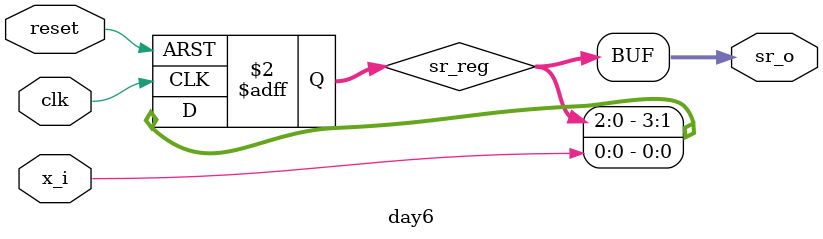
<source format=sv>
module day6(
  input     wire        clk,
  input     wire        reset,
  input     wire        x_i,      // Serial input

  output    wire[3:0]   sr_o
);

  // Write your logic here...
  reg [3:0] sr_reg;

  always_ff @(posedge clk or posedge reset) begin
    if (reset)
      sr_reg <= 4'b0000;
    else
      sr_reg <= {sr_reg[2:0], x_i};  // Shift left, insert x_i at LSB
  end

  assign sr_o = sr_reg;

endmodule

</source>
